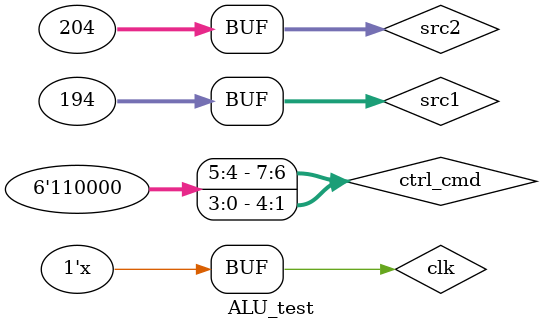
<source format=sv>
module ALU_test();

logic clk;
logic [31:0] src1, src2, Rd_out;
logic [7:0] ctrl_cmd;
logic [3:0] new_flags, current_flags;

ALU ALU_tst(src1, src2, Rd_out, ctrl_cmd, new_flags, current_flags);

always begin 
 #1 clk = ~clk;
end

initial begin
	clk = 0;
	src1 = 194;
	src2 = 204;
	ctrl_cmd[7:6] = 2'b00;
	
	ctrl_cmd[4:1] = 4'b0100;
	
	#10 ctrl_cmd[7:6] = 2'b11;
		 ctrl_cmd[3:1] = 3'b000;

end

endmodule
</source>
